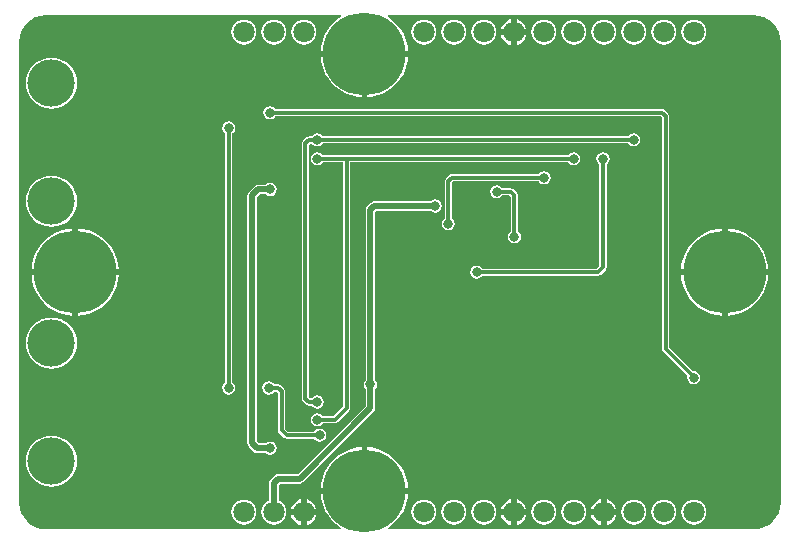
<source format=gbl>
G04 Layer_Physical_Order=2*
G04 Layer_Color=16711680*
%FSLAX44Y44*%
%MOMM*%
G71*
G01*
G75*
%ADD16C,0.3000*%
%ADD17C,0.5000*%
%ADD18C,7.0000*%
%ADD19C,4.0000*%
%ADD20C,1.8000*%
%ADD21C,0.8000*%
G36*
X629386Y217049D02*
X633603Y215770D01*
X637490Y213692D01*
X640897Y210897D01*
X643692Y207490D01*
X645770Y203603D01*
X647049Y199386D01*
X647471Y195102D01*
X647451Y195000D01*
Y-195000D01*
X647471Y-195102D01*
X647049Y-199386D01*
X645770Y-203603D01*
X643692Y-207490D01*
X640897Y-210897D01*
X637490Y-213692D01*
X633603Y-215770D01*
X629386Y-217049D01*
X625102Y-217471D01*
X625000Y-217451D01*
X315198D01*
X314853Y-216229D01*
X316815Y-215026D01*
X321244Y-211244D01*
X325026Y-206815D01*
X328069Y-201850D01*
X330298Y-196469D01*
X331657Y-190806D01*
X331918Y-187500D01*
X295000D01*
X258082D01*
X258342Y-190806D01*
X259702Y-196469D01*
X261931Y-201850D01*
X264974Y-206815D01*
X268756Y-211244D01*
X273185Y-215026D01*
X275147Y-216229D01*
X274802Y-217451D01*
X25000D01*
X24898Y-217471D01*
X20614Y-217049D01*
X16397Y-215770D01*
X12510Y-213692D01*
X9103Y-210897D01*
X6308Y-207490D01*
X4230Y-203603D01*
X2951Y-199386D01*
X2529Y-195102D01*
X2549Y-195000D01*
Y195000D01*
X2529Y195102D01*
X2951Y199386D01*
X4230Y203603D01*
X6308Y207490D01*
X9103Y210897D01*
X12510Y213692D01*
X16397Y215770D01*
X20614Y217049D01*
X24898Y217471D01*
X25000Y217451D01*
X274802D01*
X275147Y216229D01*
X273185Y215026D01*
X268756Y211244D01*
X264974Y206815D01*
X261931Y201850D01*
X259702Y196469D01*
X258342Y190806D01*
X258082Y187500D01*
X295000D01*
X331918D01*
X331657Y190806D01*
X330298Y196469D01*
X328069Y201850D01*
X325026Y206815D01*
X321244Y211244D01*
X316815Y215026D01*
X314853Y216229D01*
X315198Y217451D01*
X625000D01*
X625102Y217471D01*
X629386Y217049D01*
D02*
G37*
%LPC*%
G36*
X246100Y-192434D02*
Y-200700D01*
X254366D01*
X254317Y-200328D01*
X253209Y-197652D01*
X251445Y-195355D01*
X249147Y-193591D01*
X246472Y-192483D01*
X246100Y-192434D01*
D02*
G37*
G36*
X292500Y-148082D02*
X289194Y-148343D01*
X283531Y-149702D01*
X278150Y-151931D01*
X273185Y-154974D01*
X268756Y-158756D01*
X264974Y-163185D01*
X261931Y-168150D01*
X259702Y-173531D01*
X258342Y-179194D01*
X258082Y-182500D01*
X292500D01*
Y-148082D01*
D02*
G37*
G36*
X297500Y-148082D02*
Y-182500D01*
X331918D01*
X331657Y-179194D01*
X330298Y-173531D01*
X328069Y-168150D01*
X325026Y-163185D01*
X321244Y-158756D01*
X316815Y-154974D01*
X311850Y-151931D01*
X306469Y-149702D01*
X300806Y-148343D01*
X297500Y-148082D01*
D02*
G37*
G36*
X500100Y-192434D02*
Y-200700D01*
X508366D01*
X508317Y-200328D01*
X507209Y-197652D01*
X505445Y-195355D01*
X503147Y-193591D01*
X500472Y-192483D01*
X500100Y-192434D01*
D02*
G37*
G36*
X241100Y-192434D02*
X240728Y-192483D01*
X238053Y-193591D01*
X235755Y-195355D01*
X233992Y-197652D01*
X232883Y-200328D01*
X232834Y-200700D01*
X241100D01*
Y-192434D01*
D02*
G37*
G36*
X495100D02*
X494728Y-192483D01*
X492053Y-193591D01*
X489755Y-195355D01*
X487991Y-197652D01*
X486883Y-200328D01*
X486834Y-200700D01*
X495100D01*
Y-192434D01*
D02*
G37*
G36*
X423900Y-192434D02*
Y-200700D01*
X432166D01*
X432117Y-200328D01*
X431008Y-197652D01*
X429245Y-195355D01*
X426947Y-193591D01*
X424272Y-192483D01*
X423900Y-192434D01*
D02*
G37*
G36*
X597500Y-2500D02*
X563082D01*
X563343Y-5806D01*
X564702Y-11469D01*
X566931Y-16850D01*
X569974Y-21815D01*
X573756Y-26244D01*
X578185Y-30026D01*
X583150Y-33069D01*
X588531Y-35298D01*
X594194Y-36658D01*
X597500Y-36918D01*
Y-2500D01*
D02*
G37*
G36*
X30000Y-38396D02*
X25785Y-38811D01*
X21732Y-40040D01*
X17997Y-42037D01*
X14724Y-44724D01*
X12037Y-47997D01*
X10041Y-51733D01*
X8811Y-55785D01*
X8396Y-60000D01*
X8811Y-64215D01*
X10041Y-68267D01*
X12037Y-72003D01*
X14724Y-75276D01*
X17997Y-77963D01*
X21732Y-79960D01*
X25785Y-81189D01*
X30000Y-81604D01*
X34215Y-81189D01*
X38268Y-79960D01*
X42003Y-77963D01*
X45276Y-75276D01*
X47963Y-72003D01*
X49960Y-68267D01*
X51189Y-64215D01*
X51604Y-60000D01*
X51189Y-55785D01*
X49960Y-51733D01*
X47963Y-47997D01*
X45276Y-44724D01*
X42003Y-42037D01*
X38268Y-40040D01*
X34215Y-38811D01*
X30000Y-38396D01*
D02*
G37*
G36*
X86918Y-2500D02*
X52500D01*
Y-36918D01*
X55806Y-36658D01*
X61469Y-35298D01*
X66850Y-33069D01*
X71815Y-30026D01*
X76244Y-26244D01*
X80026Y-21815D01*
X83069Y-16850D01*
X85298Y-11469D01*
X86657Y-5806D01*
X86918Y-2500D01*
D02*
G37*
G36*
X47500D02*
X13082D01*
X13342Y-5806D01*
X14702Y-11469D01*
X16931Y-16850D01*
X19974Y-21815D01*
X23756Y-26244D01*
X28185Y-30026D01*
X33150Y-33069D01*
X38531Y-35298D01*
X44194Y-36658D01*
X47500Y-36918D01*
Y-2500D01*
D02*
G37*
G36*
X214000Y-92392D02*
X211854Y-92819D01*
X210035Y-94035D01*
X208819Y-95854D01*
X208392Y-98000D01*
X208819Y-100146D01*
X210035Y-101965D01*
X211854Y-103181D01*
X214000Y-103608D01*
X216146Y-103181D01*
X217965Y-101965D01*
X218571Y-101059D01*
X220733D01*
X221941Y-102267D01*
Y-134000D01*
X221941Y-134000D01*
X222174Y-135170D01*
X222837Y-136163D01*
X226837Y-140163D01*
X226837Y-140163D01*
X227829Y-140826D01*
X229000Y-141059D01*
X252429D01*
X253035Y-141965D01*
X254854Y-143181D01*
X257000Y-143608D01*
X259146Y-143181D01*
X260965Y-141965D01*
X262181Y-140146D01*
X262608Y-138000D01*
X262181Y-135854D01*
X260965Y-134035D01*
X259146Y-132819D01*
X257000Y-132392D01*
X254854Y-132819D01*
X253035Y-134035D01*
X252429Y-134941D01*
X230267D01*
X228059Y-132733D01*
Y-101000D01*
X227826Y-99830D01*
X227163Y-98837D01*
X224163Y-95837D01*
X223171Y-95174D01*
X222000Y-94941D01*
X222000Y-94941D01*
X218571D01*
X217965Y-94035D01*
X216146Y-92819D01*
X214000Y-92392D01*
D02*
G37*
G36*
X30000Y-138396D02*
X25785Y-138811D01*
X21732Y-140041D01*
X17997Y-142037D01*
X14724Y-144724D01*
X12037Y-147998D01*
X10041Y-151733D01*
X8811Y-155785D01*
X8396Y-160000D01*
X8811Y-164215D01*
X10041Y-168267D01*
X12037Y-172003D01*
X14724Y-175276D01*
X17997Y-177963D01*
X21732Y-179960D01*
X25785Y-181189D01*
X30000Y-181604D01*
X34215Y-181189D01*
X38268Y-179960D01*
X42003Y-177963D01*
X45276Y-175276D01*
X47963Y-172003D01*
X49960Y-168267D01*
X51189Y-164215D01*
X51604Y-160000D01*
X51189Y-155785D01*
X49960Y-151733D01*
X47963Y-147998D01*
X45276Y-144724D01*
X42003Y-142037D01*
X38268Y-140041D01*
X34215Y-138811D01*
X30000Y-138396D01*
D02*
G37*
G36*
X215000Y140608D02*
X212854Y140181D01*
X211035Y138965D01*
X209819Y137146D01*
X209392Y135000D01*
X209819Y132854D01*
X211035Y131035D01*
X212854Y129819D01*
X215000Y129392D01*
X217146Y129819D01*
X218965Y131035D01*
X219571Y131941D01*
X545733D01*
X546941Y130733D01*
Y-65000D01*
X546941Y-65000D01*
X547174Y-66171D01*
X547837Y-67163D01*
X568471Y-87797D01*
X568192Y-89200D01*
X568619Y-91346D01*
X569835Y-93165D01*
X571654Y-94381D01*
X573800Y-94808D01*
X575946Y-94381D01*
X577765Y-93165D01*
X578981Y-91346D01*
X579408Y-89200D01*
X578981Y-87054D01*
X577765Y-85235D01*
X575946Y-84019D01*
X573800Y-83592D01*
X573064Y-83739D01*
X553059Y-63733D01*
Y132000D01*
X552826Y133170D01*
X552163Y134163D01*
X549163Y137163D01*
X548171Y137826D01*
X547000Y138059D01*
X547000Y138059D01*
X219571D01*
X218965Y138965D01*
X217146Y140181D01*
X215000Y140608D01*
D02*
G37*
G36*
X180000Y127608D02*
X177854Y127181D01*
X176035Y125965D01*
X174819Y124146D01*
X174392Y122000D01*
X174819Y119854D01*
X176035Y118035D01*
X176941Y117429D01*
Y-93429D01*
X176035Y-94035D01*
X174819Y-95854D01*
X174392Y-98000D01*
X174819Y-100146D01*
X176035Y-101965D01*
X177854Y-103181D01*
X180000Y-103608D01*
X182146Y-103181D01*
X183965Y-101965D01*
X185181Y-100146D01*
X185608Y-98000D01*
X185181Y-95854D01*
X183965Y-94035D01*
X183059Y-93429D01*
Y117429D01*
X183965Y118035D01*
X185181Y119854D01*
X185608Y122000D01*
X185181Y124146D01*
X183965Y125965D01*
X182146Y127181D01*
X180000Y127608D01*
D02*
G37*
G36*
X495100Y-205700D02*
X486834D01*
X486883Y-206072D01*
X487991Y-208748D01*
X489755Y-211045D01*
X492053Y-212808D01*
X494728Y-213917D01*
X495100Y-213966D01*
Y-205700D01*
D02*
G37*
G36*
X418900D02*
X410634D01*
X410683Y-206072D01*
X411791Y-208748D01*
X413555Y-211045D01*
X415853Y-212808D01*
X418528Y-213917D01*
X418900Y-213966D01*
Y-205700D01*
D02*
G37*
G36*
X345200Y-192609D02*
X342459Y-192970D01*
X339905Y-194028D01*
X337711Y-195711D01*
X336028Y-197905D01*
X334970Y-200459D01*
X334609Y-203200D01*
X334970Y-205941D01*
X336028Y-208495D01*
X337711Y-210689D01*
X339905Y-212372D01*
X342459Y-213430D01*
X345200Y-213791D01*
X347941Y-213430D01*
X350495Y-212372D01*
X352689Y-210689D01*
X354372Y-208495D01*
X355430Y-205941D01*
X355791Y-203200D01*
X355430Y-200459D01*
X354372Y-197905D01*
X352689Y-195711D01*
X350495Y-194028D01*
X347941Y-192970D01*
X345200Y-192609D01*
D02*
G37*
G36*
X192800D02*
X190059Y-192970D01*
X187505Y-194028D01*
X185311Y-195711D01*
X183628Y-197905D01*
X182570Y-200459D01*
X182209Y-203200D01*
X182570Y-205941D01*
X183628Y-208495D01*
X185311Y-210689D01*
X187505Y-212372D01*
X190059Y-213430D01*
X192800Y-213791D01*
X195541Y-213430D01*
X198095Y-212372D01*
X200289Y-210689D01*
X201972Y-208495D01*
X203030Y-205941D01*
X203391Y-203200D01*
X203030Y-200459D01*
X201972Y-197905D01*
X200289Y-195711D01*
X198095Y-194028D01*
X195541Y-192970D01*
X192800Y-192609D01*
D02*
G37*
G36*
X432166Y-205700D02*
X423900D01*
Y-213966D01*
X424272Y-213917D01*
X426947Y-212808D01*
X429245Y-211045D01*
X431008Y-208748D01*
X432117Y-206072D01*
X432166Y-205700D01*
D02*
G37*
G36*
X254366D02*
X246100D01*
Y-213966D01*
X246472Y-213917D01*
X249147Y-212808D01*
X251445Y-211045D01*
X253209Y-208748D01*
X254317Y-206072D01*
X254366Y-205700D01*
D02*
G37*
G36*
X241100D02*
X232834D01*
X232883Y-206072D01*
X233992Y-208748D01*
X235755Y-211045D01*
X238053Y-212808D01*
X240728Y-213917D01*
X241100Y-213966D01*
Y-205700D01*
D02*
G37*
G36*
X508366D02*
X500100D01*
Y-213966D01*
X500472Y-213917D01*
X503147Y-212808D01*
X505445Y-211045D01*
X507209Y-208748D01*
X508317Y-206072D01*
X508366Y-205700D01*
D02*
G37*
G36*
X548400Y-192609D02*
X545659Y-192970D01*
X543105Y-194028D01*
X540911Y-195711D01*
X539228Y-197905D01*
X538170Y-200459D01*
X537809Y-203200D01*
X538170Y-205941D01*
X539228Y-208495D01*
X540911Y-210689D01*
X543105Y-212372D01*
X545659Y-213430D01*
X548400Y-213791D01*
X551141Y-213430D01*
X553695Y-212372D01*
X555889Y-210689D01*
X557572Y-208495D01*
X558630Y-205941D01*
X558991Y-203200D01*
X558630Y-200459D01*
X557572Y-197905D01*
X555889Y-195711D01*
X553695Y-194028D01*
X551141Y-192970D01*
X548400Y-192609D01*
D02*
G37*
G36*
X523000D02*
X520259Y-192970D01*
X517705Y-194028D01*
X515511Y-195711D01*
X513828Y-197905D01*
X512770Y-200459D01*
X512409Y-203200D01*
X512770Y-205941D01*
X513828Y-208495D01*
X515511Y-210689D01*
X517705Y-212372D01*
X520259Y-213430D01*
X523000Y-213791D01*
X525741Y-213430D01*
X528295Y-212372D01*
X530489Y-210689D01*
X532172Y-208495D01*
X533230Y-205941D01*
X533591Y-203200D01*
X533230Y-200459D01*
X532172Y-197905D01*
X530489Y-195711D01*
X528295Y-194028D01*
X525741Y-192970D01*
X523000Y-192609D01*
D02*
G37*
G36*
X418900Y-192434D02*
X418528Y-192483D01*
X415853Y-193591D01*
X413555Y-195355D01*
X411791Y-197652D01*
X410683Y-200328D01*
X410634Y-200700D01*
X418900D01*
Y-192434D01*
D02*
G37*
G36*
X573800Y-192609D02*
X571059Y-192970D01*
X568505Y-194028D01*
X566311Y-195711D01*
X564628Y-197905D01*
X563570Y-200459D01*
X563209Y-203200D01*
X563570Y-205941D01*
X564628Y-208495D01*
X566311Y-210689D01*
X568505Y-212372D01*
X571059Y-213430D01*
X573800Y-213791D01*
X576541Y-213430D01*
X579095Y-212372D01*
X581289Y-210689D01*
X582972Y-208495D01*
X584030Y-205941D01*
X584391Y-203200D01*
X584030Y-200459D01*
X582972Y-197905D01*
X581289Y-195711D01*
X579095Y-194028D01*
X576541Y-192970D01*
X573800Y-192609D01*
D02*
G37*
G36*
X396000D02*
X393259Y-192970D01*
X390705Y-194028D01*
X388511Y-195711D01*
X386828Y-197905D01*
X385770Y-200459D01*
X385409Y-203200D01*
X385770Y-205941D01*
X386828Y-208495D01*
X388511Y-210689D01*
X390705Y-212372D01*
X393259Y-213430D01*
X396000Y-213791D01*
X398741Y-213430D01*
X401295Y-212372D01*
X403489Y-210689D01*
X405172Y-208495D01*
X406230Y-205941D01*
X406591Y-203200D01*
X406230Y-200459D01*
X405172Y-197905D01*
X403489Y-195711D01*
X401295Y-194028D01*
X398741Y-192970D01*
X396000Y-192609D01*
D02*
G37*
G36*
X370600D02*
X367859Y-192970D01*
X365305Y-194028D01*
X363111Y-195711D01*
X361428Y-197905D01*
X360370Y-200459D01*
X360009Y-203200D01*
X360370Y-205941D01*
X361428Y-208495D01*
X363111Y-210689D01*
X365305Y-212372D01*
X367859Y-213430D01*
X370600Y-213791D01*
X373341Y-213430D01*
X375895Y-212372D01*
X378089Y-210689D01*
X379772Y-208495D01*
X380830Y-205941D01*
X381191Y-203200D01*
X380830Y-200459D01*
X379772Y-197905D01*
X378089Y-195711D01*
X375895Y-194028D01*
X373341Y-192970D01*
X370600Y-192609D01*
D02*
G37*
G36*
X472200D02*
X469459Y-192970D01*
X466905Y-194028D01*
X464711Y-195711D01*
X463028Y-197905D01*
X461970Y-200459D01*
X461609Y-203200D01*
X461970Y-205941D01*
X463028Y-208495D01*
X464711Y-210689D01*
X466905Y-212372D01*
X469459Y-213430D01*
X472200Y-213791D01*
X474941Y-213430D01*
X477495Y-212372D01*
X479689Y-210689D01*
X481372Y-208495D01*
X482430Y-205941D01*
X482791Y-203200D01*
X482430Y-200459D01*
X481372Y-197905D01*
X479689Y-195711D01*
X477495Y-194028D01*
X474941Y-192970D01*
X472200Y-192609D01*
D02*
G37*
G36*
X446800D02*
X444059Y-192970D01*
X441505Y-194028D01*
X439311Y-195711D01*
X437628Y-197905D01*
X436570Y-200459D01*
X436209Y-203200D01*
X436570Y-205941D01*
X437628Y-208495D01*
X439311Y-210689D01*
X441505Y-212372D01*
X444059Y-213430D01*
X446800Y-213791D01*
X449541Y-213430D01*
X452095Y-212372D01*
X454289Y-210689D01*
X455972Y-208495D01*
X457030Y-205941D01*
X457391Y-203200D01*
X457030Y-200459D01*
X455972Y-197905D01*
X454289Y-195711D01*
X452095Y-194028D01*
X449541Y-192970D01*
X446800Y-192609D01*
D02*
G37*
G36*
X636918Y-2500D02*
X602500D01*
Y-36918D01*
X605806Y-36658D01*
X611469Y-35298D01*
X616850Y-33069D01*
X621815Y-30026D01*
X626244Y-26244D01*
X630026Y-21815D01*
X633069Y-16850D01*
X635298Y-11469D01*
X636657Y-5806D01*
X636918Y-2500D01*
D02*
G37*
G36*
X345200Y213791D02*
X342459Y213430D01*
X339905Y212372D01*
X337711Y210689D01*
X336028Y208495D01*
X334970Y205941D01*
X334609Y203200D01*
X334970Y200459D01*
X336028Y197905D01*
X337711Y195711D01*
X339905Y194028D01*
X342459Y192970D01*
X345200Y192609D01*
X347941Y192970D01*
X350495Y194028D01*
X352689Y195711D01*
X354372Y197905D01*
X355430Y200459D01*
X355791Y203200D01*
X355430Y205941D01*
X354372Y208495D01*
X352689Y210689D01*
X350495Y212372D01*
X347941Y213430D01*
X345200Y213791D01*
D02*
G37*
G36*
X370600D02*
X367859Y213430D01*
X365305Y212372D01*
X363111Y210689D01*
X361428Y208495D01*
X360370Y205941D01*
X360009Y203200D01*
X360370Y200459D01*
X361428Y197905D01*
X363111Y195711D01*
X365305Y194028D01*
X367859Y192970D01*
X370600Y192609D01*
X373341Y192970D01*
X375895Y194028D01*
X378089Y195711D01*
X379772Y197905D01*
X380830Y200459D01*
X381191Y203200D01*
X380830Y205941D01*
X379772Y208495D01*
X378089Y210689D01*
X375895Y212372D01*
X373341Y213430D01*
X370600Y213791D01*
D02*
G37*
G36*
X396000D02*
X393259Y213430D01*
X390705Y212372D01*
X388511Y210689D01*
X386828Y208495D01*
X385770Y205941D01*
X385409Y203200D01*
X385770Y200459D01*
X386828Y197905D01*
X388511Y195711D01*
X390705Y194028D01*
X393259Y192970D01*
X396000Y192609D01*
X398741Y192970D01*
X401295Y194028D01*
X403489Y195711D01*
X405172Y197905D01*
X406230Y200459D01*
X406591Y203200D01*
X406230Y205941D01*
X405172Y208495D01*
X403489Y210689D01*
X401295Y212372D01*
X398741Y213430D01*
X396000Y213791D01*
D02*
G37*
G36*
X243600D02*
X240859Y213430D01*
X238305Y212372D01*
X236111Y210689D01*
X234428Y208495D01*
X233370Y205941D01*
X233009Y203200D01*
X233370Y200459D01*
X234428Y197905D01*
X236111Y195711D01*
X238305Y194028D01*
X240859Y192970D01*
X243600Y192609D01*
X246341Y192970D01*
X248895Y194028D01*
X251089Y195711D01*
X252772Y197905D01*
X253830Y200459D01*
X254191Y203200D01*
X253830Y205941D01*
X252772Y208495D01*
X251089Y210689D01*
X248895Y212372D01*
X246341Y213430D01*
X243600Y213791D01*
D02*
G37*
G36*
X418900Y200700D02*
X410634D01*
X410683Y200328D01*
X411791Y197652D01*
X413555Y195355D01*
X415853Y193591D01*
X418528Y192483D01*
X418900Y192434D01*
Y200700D01*
D02*
G37*
G36*
X192800Y213791D02*
X190059Y213430D01*
X187505Y212372D01*
X185311Y210689D01*
X183628Y208495D01*
X182570Y205941D01*
X182209Y203200D01*
X182570Y200459D01*
X183628Y197905D01*
X185311Y195711D01*
X187505Y194028D01*
X190059Y192970D01*
X192800Y192609D01*
X195541Y192970D01*
X198095Y194028D01*
X200289Y195711D01*
X201972Y197905D01*
X203030Y200459D01*
X203391Y203200D01*
X203030Y205941D01*
X201972Y208495D01*
X200289Y210689D01*
X198095Y212372D01*
X195541Y213430D01*
X192800Y213791D01*
D02*
G37*
G36*
X218200D02*
X215459Y213430D01*
X212905Y212372D01*
X210711Y210689D01*
X209028Y208495D01*
X207970Y205941D01*
X207609Y203200D01*
X207970Y200459D01*
X209028Y197905D01*
X210711Y195711D01*
X212905Y194028D01*
X215459Y192970D01*
X218200Y192609D01*
X220941Y192970D01*
X223495Y194028D01*
X225689Y195711D01*
X227372Y197905D01*
X228430Y200459D01*
X228791Y203200D01*
X228430Y205941D01*
X227372Y208495D01*
X225689Y210689D01*
X223495Y212372D01*
X220941Y213430D01*
X218200Y213791D01*
D02*
G37*
G36*
X446800D02*
X444059Y213430D01*
X441505Y212372D01*
X439311Y210689D01*
X437628Y208495D01*
X436570Y205941D01*
X436209Y203200D01*
X436570Y200459D01*
X437628Y197905D01*
X439311Y195711D01*
X441505Y194028D01*
X444059Y192970D01*
X446800Y192609D01*
X449541Y192970D01*
X452095Y194028D01*
X454289Y195711D01*
X455972Y197905D01*
X457030Y200459D01*
X457391Y203200D01*
X457030Y205941D01*
X455972Y208495D01*
X454289Y210689D01*
X452095Y212372D01*
X449541Y213430D01*
X446800Y213791D01*
D02*
G37*
G36*
X573800D02*
X571059Y213430D01*
X568505Y212372D01*
X566311Y210689D01*
X564628Y208495D01*
X563570Y205941D01*
X563209Y203200D01*
X563570Y200459D01*
X564628Y197905D01*
X566311Y195711D01*
X568505Y194028D01*
X571059Y192970D01*
X573800Y192609D01*
X576541Y192970D01*
X579095Y194028D01*
X581289Y195711D01*
X582972Y197905D01*
X584030Y200459D01*
X584391Y203200D01*
X584030Y205941D01*
X582972Y208495D01*
X581289Y210689D01*
X579095Y212372D01*
X576541Y213430D01*
X573800Y213791D01*
D02*
G37*
G36*
X418900Y213966D02*
X418528Y213917D01*
X415853Y212808D01*
X413555Y211045D01*
X411791Y208748D01*
X410683Y206072D01*
X410634Y205700D01*
X418900D01*
Y213966D01*
D02*
G37*
G36*
X423900Y213966D02*
Y205700D01*
X432166D01*
X432117Y206072D01*
X431008Y208748D01*
X429245Y211045D01*
X426947Y212808D01*
X424272Y213917D01*
X423900Y213966D01*
D02*
G37*
G36*
X548400Y213791D02*
X545659Y213430D01*
X543105Y212372D01*
X540911Y210689D01*
X539228Y208495D01*
X538170Y205941D01*
X537809Y203200D01*
X538170Y200459D01*
X539228Y197905D01*
X540911Y195711D01*
X543105Y194028D01*
X545659Y192970D01*
X548400Y192609D01*
X551141Y192970D01*
X553695Y194028D01*
X555889Y195711D01*
X557572Y197905D01*
X558630Y200459D01*
X558991Y203200D01*
X558630Y205941D01*
X557572Y208495D01*
X555889Y210689D01*
X553695Y212372D01*
X551141Y213430D01*
X548400Y213791D01*
D02*
G37*
G36*
X472200D02*
X469459Y213430D01*
X466905Y212372D01*
X464711Y210689D01*
X463028Y208495D01*
X461970Y205941D01*
X461609Y203200D01*
X461970Y200459D01*
X463028Y197905D01*
X464711Y195711D01*
X466905Y194028D01*
X469459Y192970D01*
X472200Y192609D01*
X474941Y192970D01*
X477495Y194028D01*
X479689Y195711D01*
X481372Y197905D01*
X482430Y200459D01*
X482791Y203200D01*
X482430Y205941D01*
X481372Y208495D01*
X479689Y210689D01*
X477495Y212372D01*
X474941Y213430D01*
X472200Y213791D01*
D02*
G37*
G36*
X497600D02*
X494859Y213430D01*
X492305Y212372D01*
X490111Y210689D01*
X488428Y208495D01*
X487370Y205941D01*
X487009Y203200D01*
X487370Y200459D01*
X488428Y197905D01*
X490111Y195711D01*
X492305Y194028D01*
X494859Y192970D01*
X497600Y192609D01*
X500341Y192970D01*
X502895Y194028D01*
X505089Y195711D01*
X506772Y197905D01*
X507830Y200459D01*
X508191Y203200D01*
X507830Y205941D01*
X506772Y208495D01*
X505089Y210689D01*
X502895Y212372D01*
X500341Y213430D01*
X497600Y213791D01*
D02*
G37*
G36*
X523000D02*
X520259Y213430D01*
X517705Y212372D01*
X515511Y210689D01*
X513828Y208495D01*
X512770Y205941D01*
X512409Y203200D01*
X512770Y200459D01*
X513828Y197905D01*
X515511Y195711D01*
X517705Y194028D01*
X520259Y192970D01*
X523000Y192609D01*
X525741Y192970D01*
X528295Y194028D01*
X530489Y195711D01*
X532172Y197905D01*
X533230Y200459D01*
X533591Y203200D01*
X533230Y205941D01*
X532172Y208495D01*
X530489Y210689D01*
X528295Y212372D01*
X525741Y213430D01*
X523000Y213791D01*
D02*
G37*
G36*
X432166Y200700D02*
X423900D01*
Y192434D01*
X424272Y192483D01*
X426947Y193591D01*
X429245Y195355D01*
X431008Y197652D01*
X432117Y200328D01*
X432166Y200700D01*
D02*
G37*
G36*
X497000Y101608D02*
X494854Y101181D01*
X493035Y99965D01*
X491819Y98146D01*
X491392Y96000D01*
X491819Y93854D01*
X493035Y92035D01*
X493941Y91429D01*
Y5267D01*
X491733Y3059D01*
X394571D01*
X393965Y3965D01*
X392146Y5181D01*
X390000Y5608D01*
X387854Y5181D01*
X386035Y3965D01*
X384819Y2146D01*
X384392Y0D01*
X384819Y-2146D01*
X386035Y-3965D01*
X387854Y-5181D01*
X390000Y-5608D01*
X392146Y-5181D01*
X393965Y-3965D01*
X394571Y-3059D01*
X493000D01*
X493000Y-3059D01*
X494170Y-2826D01*
X495163Y-2163D01*
X499163Y1837D01*
X499163Y1837D01*
X499826Y2829D01*
X500059Y4000D01*
Y91429D01*
X500965Y92035D01*
X502181Y93854D01*
X502608Y96000D01*
X502181Y98146D01*
X500965Y99965D01*
X499146Y101181D01*
X497000Y101608D01*
D02*
G37*
G36*
X407000Y73608D02*
X404854Y73181D01*
X403035Y71965D01*
X401819Y70146D01*
X401392Y68000D01*
X401819Y65854D01*
X403035Y64035D01*
X404854Y62819D01*
X407000Y62392D01*
X409146Y62819D01*
X410965Y64035D01*
X411571Y64941D01*
X417733D01*
X418941Y63733D01*
Y34571D01*
X418035Y33965D01*
X416819Y32146D01*
X416392Y30000D01*
X416819Y27854D01*
X418035Y26035D01*
X419854Y24819D01*
X422000Y24392D01*
X424146Y24819D01*
X425965Y26035D01*
X427181Y27854D01*
X427608Y30000D01*
X427181Y32146D01*
X425965Y33965D01*
X425059Y34571D01*
Y65000D01*
X425059Y65000D01*
X424826Y66171D01*
X424163Y67163D01*
X424163Y67163D01*
X421163Y70163D01*
X420171Y70826D01*
X419000Y71059D01*
X419000Y71059D01*
X411571D01*
X410965Y71965D01*
X409146Y73181D01*
X407000Y73608D01*
D02*
G37*
G36*
X30000Y81604D02*
X25785Y81189D01*
X21732Y79960D01*
X17997Y77963D01*
X14724Y75276D01*
X12037Y72003D01*
X10041Y68267D01*
X8811Y64215D01*
X8396Y60000D01*
X8811Y55785D01*
X10041Y51733D01*
X12037Y47997D01*
X14724Y44724D01*
X17997Y42037D01*
X21732Y40040D01*
X25785Y38811D01*
X30000Y38396D01*
X34215Y38811D01*
X38268Y40040D01*
X42003Y42037D01*
X45276Y44724D01*
X47963Y47997D01*
X49960Y51733D01*
X51189Y55785D01*
X51604Y60000D01*
X51189Y64215D01*
X49960Y68267D01*
X47963Y72003D01*
X45276Y75276D01*
X42003Y77963D01*
X38268Y79960D01*
X34215Y81189D01*
X30000Y81604D01*
D02*
G37*
G36*
X52500Y36918D02*
Y2500D01*
X86918D01*
X86657Y5806D01*
X85298Y11469D01*
X83069Y16850D01*
X80026Y21815D01*
X76244Y26244D01*
X71815Y30026D01*
X66850Y33069D01*
X61469Y35298D01*
X55806Y36658D01*
X52500Y36918D01*
D02*
G37*
G36*
X597500D02*
X594194Y36658D01*
X588531Y35298D01*
X583150Y33069D01*
X578185Y30026D01*
X573756Y26244D01*
X569974Y21815D01*
X566931Y16850D01*
X564702Y11469D01*
X563343Y5806D01*
X563082Y2500D01*
X597500D01*
Y36918D01*
D02*
G37*
G36*
X602500Y36918D02*
Y2500D01*
X636918D01*
X636657Y5806D01*
X635298Y11469D01*
X633069Y16850D01*
X630026Y21815D01*
X626244Y26244D01*
X621815Y30026D01*
X616850Y33069D01*
X611469Y35298D01*
X605806Y36658D01*
X602500Y36918D01*
D02*
G37*
G36*
X47500Y36918D02*
X44194Y36658D01*
X38531Y35298D01*
X33150Y33069D01*
X28185Y30026D01*
X23756Y26244D01*
X19974Y21815D01*
X16931Y16850D01*
X14702Y11469D01*
X13342Y5806D01*
X13082Y2500D01*
X47500D01*
Y36918D01*
D02*
G37*
G36*
X355000Y61608D02*
X352854Y61181D01*
X351204Y60078D01*
X303000D01*
X303000Y60078D01*
X301439Y59768D01*
X300116Y58884D01*
X300116Y58884D01*
X297116Y55884D01*
X296232Y54561D01*
X295922Y53000D01*
X295922Y53000D01*
Y-91204D01*
X294819Y-92854D01*
X294392Y-95000D01*
X294819Y-97146D01*
X295922Y-98796D01*
Y-113311D01*
X238311Y-170922D01*
X222000D01*
X222000Y-170922D01*
X220439Y-171232D01*
X219116Y-172116D01*
X219116Y-172116D01*
X215316Y-175916D01*
X214432Y-177239D01*
X214122Y-178800D01*
X214122Y-178800D01*
Y-193524D01*
X212905Y-194028D01*
X210711Y-195711D01*
X209028Y-197905D01*
X207970Y-200459D01*
X207609Y-203200D01*
X207970Y-205941D01*
X209028Y-208495D01*
X210711Y-210689D01*
X212905Y-212372D01*
X215459Y-213430D01*
X218200Y-213791D01*
X220941Y-213430D01*
X223495Y-212372D01*
X225689Y-210689D01*
X227372Y-208495D01*
X228430Y-205941D01*
X228791Y-203200D01*
X228430Y-200459D01*
X227372Y-197905D01*
X225689Y-195711D01*
X223495Y-194028D01*
X222278Y-193524D01*
Y-180489D01*
X223689Y-179078D01*
X240000D01*
X240000Y-179078D01*
X241561Y-178768D01*
X242884Y-177884D01*
X302884Y-117884D01*
X302884Y-117884D01*
X303768Y-116561D01*
X304078Y-115000D01*
Y-98796D01*
X305181Y-97146D01*
X305608Y-95000D01*
X305181Y-92854D01*
X304078Y-91204D01*
Y51311D01*
X304689Y51922D01*
X351204D01*
X352854Y50819D01*
X355000Y50392D01*
X357146Y50819D01*
X358965Y52035D01*
X360181Y53854D01*
X360608Y56000D01*
X360181Y58146D01*
X358965Y59965D01*
X357146Y61181D01*
X355000Y61608D01*
D02*
G37*
G36*
X30000Y181604D02*
X25785Y181189D01*
X21732Y179960D01*
X17997Y177963D01*
X14724Y175276D01*
X12037Y172003D01*
X10041Y168267D01*
X8811Y164215D01*
X8396Y160000D01*
X8811Y155785D01*
X10041Y151733D01*
X12037Y147998D01*
X14724Y144724D01*
X17997Y142037D01*
X21732Y140041D01*
X25785Y138811D01*
X30000Y138396D01*
X34215Y138811D01*
X38268Y140041D01*
X42003Y142037D01*
X45276Y144724D01*
X47963Y147998D01*
X49960Y151733D01*
X51189Y155785D01*
X51604Y160000D01*
X51189Y164215D01*
X49960Y168267D01*
X47963Y172003D01*
X45276Y175276D01*
X42003Y177963D01*
X38268Y179960D01*
X34215Y181189D01*
X30000Y181604D01*
D02*
G37*
G36*
X292500Y182500D02*
X258082D01*
X258342Y179194D01*
X259702Y173531D01*
X261931Y168150D01*
X264974Y163185D01*
X268756Y158756D01*
X273185Y154974D01*
X278150Y151931D01*
X283531Y149702D01*
X289194Y148343D01*
X292500Y148082D01*
Y182500D01*
D02*
G37*
G36*
X331918D02*
X297500D01*
Y148082D01*
X300806Y148343D01*
X306469Y149702D01*
X311850Y151931D01*
X316815Y154974D01*
X321244Y158756D01*
X325026Y163185D01*
X328069Y168150D01*
X330298Y173531D01*
X331657Y179194D01*
X331918Y182500D01*
D02*
G37*
G36*
X523000Y117608D02*
X520854Y117181D01*
X519035Y115965D01*
X518429Y115059D01*
X259571D01*
X258965Y115965D01*
X257146Y117181D01*
X255000Y117608D01*
X252854Y117181D01*
X251035Y115965D01*
X250429Y115059D01*
X248000D01*
X246829Y114826D01*
X245837Y114163D01*
X242837Y111163D01*
X242174Y110170D01*
X241941Y109000D01*
X241941Y109000D01*
Y-107000D01*
X241941Y-107000D01*
X242174Y-108170D01*
X242837Y-109163D01*
X245837Y-112163D01*
X246829Y-112826D01*
X248000Y-113059D01*
X250429D01*
X251035Y-113965D01*
X252854Y-115181D01*
X255000Y-115608D01*
X257146Y-115181D01*
X258965Y-113965D01*
X260181Y-112146D01*
X260608Y-110000D01*
X260181Y-107854D01*
X258965Y-106035D01*
X257146Y-104819D01*
X255000Y-104392D01*
X252854Y-104819D01*
X251035Y-106035D01*
X250496Y-106841D01*
X249238Y-106913D01*
X248059Y-105733D01*
Y107733D01*
X249238Y108913D01*
X250496Y108841D01*
X251035Y108035D01*
X252854Y106819D01*
X255000Y106392D01*
X257146Y106819D01*
X258965Y108035D01*
X259571Y108941D01*
X518429D01*
X519035Y108035D01*
X520854Y106819D01*
X523000Y106392D01*
X525146Y106819D01*
X526965Y108035D01*
X528181Y109854D01*
X528608Y112000D01*
X528181Y114146D01*
X526965Y115965D01*
X525146Y117181D01*
X523000Y117608D01*
D02*
G37*
G36*
X215000Y75608D02*
X212854Y75181D01*
X211204Y74078D01*
X205000D01*
X205000Y74078D01*
X203439Y73768D01*
X202116Y72884D01*
X197116Y67884D01*
X196232Y66561D01*
X195922Y65000D01*
X195922Y65000D01*
Y-145000D01*
X195922Y-145000D01*
X196232Y-146561D01*
X197116Y-147884D01*
X201116Y-151884D01*
X201116Y-151884D01*
X202439Y-152768D01*
X204000Y-153078D01*
X204000Y-153078D01*
X211204D01*
X212854Y-154181D01*
X215000Y-154608D01*
X217146Y-154181D01*
X218965Y-152965D01*
X220181Y-151146D01*
X220608Y-149000D01*
X220181Y-146854D01*
X218965Y-145035D01*
X217146Y-143819D01*
X215000Y-143392D01*
X212854Y-143819D01*
X211204Y-144922D01*
X205689D01*
X204078Y-143311D01*
Y63311D01*
X206689Y65922D01*
X211204D01*
X212854Y64819D01*
X215000Y64392D01*
X217146Y64819D01*
X218965Y66035D01*
X220181Y67854D01*
X220608Y70000D01*
X220181Y72146D01*
X218965Y73965D01*
X217146Y75181D01*
X215000Y75608D01*
D02*
G37*
G36*
X447000Y85608D02*
X444854Y85181D01*
X443035Y83965D01*
X442429Y83059D01*
X369000D01*
X367830Y82826D01*
X366837Y82163D01*
X363837Y79163D01*
X363174Y78170D01*
X362941Y77000D01*
X362941Y77000D01*
Y45571D01*
X362035Y44965D01*
X360819Y43146D01*
X360392Y41000D01*
X360819Y38854D01*
X362035Y37035D01*
X363854Y35819D01*
X366000Y35392D01*
X368146Y35819D01*
X369965Y37035D01*
X371181Y38854D01*
X371608Y41000D01*
X371181Y43146D01*
X369965Y44965D01*
X369059Y45571D01*
Y75733D01*
X370267Y76941D01*
X442429D01*
X443035Y76035D01*
X444854Y74819D01*
X447000Y74392D01*
X449146Y74819D01*
X450965Y76035D01*
X452181Y77854D01*
X452608Y80000D01*
X452181Y82146D01*
X450965Y83965D01*
X449146Y85181D01*
X447000Y85608D01*
D02*
G37*
G36*
X472000Y101608D02*
X469854Y101181D01*
X468035Y99965D01*
X467429Y99059D01*
X259571D01*
X258965Y99965D01*
X257146Y101181D01*
X255000Y101608D01*
X252854Y101181D01*
X251035Y99965D01*
X249819Y98146D01*
X249392Y96000D01*
X249819Y93854D01*
X251035Y92035D01*
X252854Y90819D01*
X255000Y90392D01*
X257146Y90819D01*
X258965Y92035D01*
X259571Y92941D01*
X276941D01*
Y-113733D01*
X268733Y-121941D01*
X259571D01*
X258965Y-121035D01*
X257146Y-119819D01*
X255000Y-119392D01*
X252854Y-119819D01*
X251035Y-121035D01*
X249819Y-122854D01*
X249392Y-125000D01*
X249819Y-127146D01*
X251035Y-128965D01*
X252854Y-130181D01*
X255000Y-130608D01*
X257146Y-130181D01*
X258965Y-128965D01*
X259571Y-128059D01*
X270000D01*
X270000Y-128059D01*
X271171Y-127826D01*
X272163Y-127163D01*
X282163Y-117163D01*
X282163Y-117163D01*
X282826Y-116171D01*
X283059Y-115000D01*
Y92941D01*
X467429D01*
X468035Y92035D01*
X469854Y90819D01*
X472000Y90392D01*
X474146Y90819D01*
X475965Y92035D01*
X477181Y93854D01*
X477608Y96000D01*
X477181Y98146D01*
X475965Y99965D01*
X474146Y101181D01*
X472000Y101608D01*
D02*
G37*
%LPD*%
D16*
X280000Y-115000D02*
Y96000D01*
X270000Y-125000D02*
X280000Y-115000D01*
X255000Y-125000D02*
X270000D01*
X255000Y96000D02*
X472000D01*
X229000Y-138000D02*
X257000D01*
X550000Y-65000D02*
X574000Y-89000D01*
X550000Y-65000D02*
Y132000D01*
X547000Y135000D02*
X550000Y132000D01*
X215000Y135000D02*
X547000D01*
X369000Y80000D02*
X447000D01*
X366000Y77000D02*
X369000Y80000D01*
X366000Y41000D02*
Y77000D01*
X497000Y4000D02*
Y96000D01*
X390000Y0D02*
X493000D01*
X225000Y-134000D02*
X229000Y-138000D01*
X255000Y112000D02*
X523000D01*
X248000D02*
X255000D01*
X245000Y109000D02*
X248000Y112000D01*
X245000Y-107000D02*
Y109000D01*
Y-107000D02*
X248000Y-110000D01*
X255000D01*
X214000Y-98000D02*
X222000D01*
X225000Y-101000D01*
Y-134000D02*
Y-101000D01*
X180000Y-98000D02*
Y122000D01*
X407000Y68000D02*
X419000D01*
X422000Y65000D01*
Y30000D02*
Y65000D01*
X493000Y0D02*
X497000Y4000D01*
D17*
X300000Y-115000D02*
Y-95000D01*
X240000Y-175000D02*
X300000Y-115000D01*
X222000Y-175000D02*
X240000D01*
X218200Y-178800D02*
X222000Y-175000D01*
X218200Y-203200D02*
Y-178800D01*
X303000Y56000D02*
X355000D01*
X300000Y53000D02*
X303000Y56000D01*
X300000Y-95000D02*
Y53000D01*
X205000Y70000D02*
X215000D01*
X200000Y65000D02*
X205000Y70000D01*
X200000Y-145000D02*
Y65000D01*
Y-145000D02*
X204000Y-149000D01*
X215000D01*
D18*
X50000Y0D02*
D03*
X600000D02*
D03*
X295000Y185000D02*
D03*
Y-185000D02*
D03*
D19*
X30000Y-60000D02*
D03*
Y-160000D02*
D03*
Y60000D02*
D03*
Y160000D02*
D03*
D20*
X497600Y203200D02*
D03*
X573800Y-203200D02*
D03*
X396000Y203200D02*
D03*
X345200Y-203200D02*
D03*
X548400D02*
D03*
X421400D02*
D03*
X523000D02*
D03*
X497600D02*
D03*
X472200D02*
D03*
X446800D02*
D03*
X396000D02*
D03*
X370600D02*
D03*
X243600D02*
D03*
X218200D02*
D03*
X192800D02*
D03*
Y203200D02*
D03*
X218200D02*
D03*
X243600D02*
D03*
X421400D02*
D03*
X446800D02*
D03*
X472200D02*
D03*
X523000D02*
D03*
X548400D02*
D03*
X573800D02*
D03*
X345200D02*
D03*
X370600D02*
D03*
D21*
X257000Y-138000D02*
D03*
X198000Y-163000D02*
D03*
X230000Y-162000D02*
D03*
X355000Y56000D02*
D03*
X327000Y-130000D02*
D03*
X180000Y-125000D02*
D03*
Y147000D02*
D03*
X215000Y157000D02*
D03*
Y123000D02*
D03*
X515000Y-150000D02*
D03*
X582000D02*
D03*
X561000D02*
D03*
X535000D02*
D03*
X541000Y126000D02*
D03*
X558000Y143000D02*
D03*
X460000Y-10000D02*
D03*
Y10000D02*
D03*
X400000Y-15000D02*
D03*
X327000Y0D02*
D03*
Y25000D02*
D03*
Y-95000D02*
D03*
Y-76000D02*
D03*
X300000Y-95000D02*
D03*
X460000Y144000D02*
D03*
X327000D02*
D03*
X573800Y-89200D02*
D03*
X327000Y65000D02*
D03*
X215000Y135000D02*
D03*
X460000Y88000D02*
D03*
Y104000D02*
D03*
Y123000D02*
D03*
X327000D02*
D03*
X392000Y70000D02*
D03*
X327000Y88000D02*
D03*
X447000Y80000D02*
D03*
X497000Y96000D02*
D03*
X327000Y104000D02*
D03*
X472000Y96000D02*
D03*
X523000Y112000D02*
D03*
X266000Y-110000D02*
D03*
X290000Y-60000D02*
D03*
X280000Y104000D02*
D03*
X290000Y25000D02*
D03*
Y0D02*
D03*
X190000Y-60000D02*
D03*
X210000D02*
D03*
X235000D02*
D03*
X255000D02*
D03*
X170000Y70000D02*
D03*
Y0D02*
D03*
X190000D02*
D03*
X210000D02*
D03*
X235000D02*
D03*
X255000D02*
D03*
X190000Y55000D02*
D03*
X210000D02*
D03*
X235000D02*
D03*
X255000D02*
D03*
X180000Y-98000D02*
D03*
X214000D02*
D03*
X180000Y122000D02*
D03*
X255000Y-125000D02*
D03*
Y-110000D02*
D03*
Y96000D02*
D03*
Y112000D02*
D03*
X215000Y-135000D02*
D03*
Y85000D02*
D03*
X366000Y41000D02*
D03*
X407000Y68000D02*
D03*
X422000Y30000D02*
D03*
X390000Y0D02*
D03*
X215000Y-149000D02*
D03*
Y70000D02*
D03*
X434000Y57000D02*
D03*
M02*

</source>
